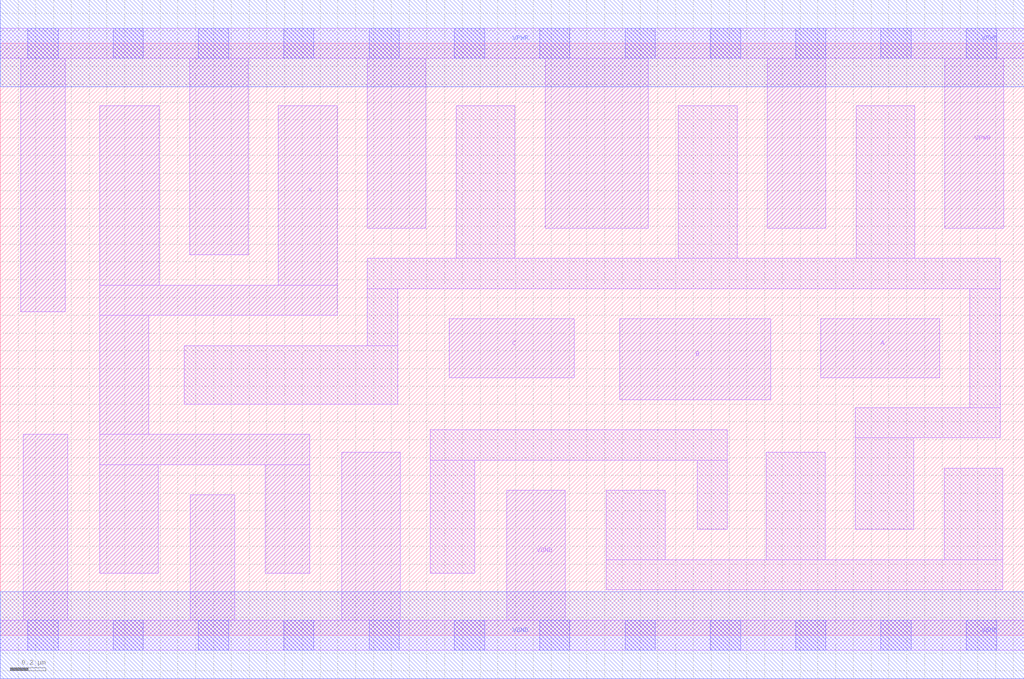
<source format=lef>
# Copyright 2020 The SkyWater PDK Authors
#
# Licensed under the Apache License, Version 2.0 (the "License");
# you may not use this file except in compliance with the License.
# You may obtain a copy of the License at
#
#     https://www.apache.org/licenses/LICENSE-2.0
#
# Unless required by applicable law or agreed to in writing, software
# distributed under the License is distributed on an "AS IS" BASIS,
# WITHOUT WARRANTIES OR CONDITIONS OF ANY KIND, either express or implied.
# See the License for the specific language governing permissions and
# limitations under the License.
#
# SPDX-License-Identifier: Apache-2.0

VERSION 5.7 ;
  NAMESCASESENSITIVE ON ;
  NOWIREEXTENSIONATPIN ON ;
  DIVIDERCHAR "/" ;
  BUSBITCHARS "[]" ;
UNITS
  DATABASE MICRONS 200 ;
END UNITS
MACRO sky130_fd_sc_ms__and3_4
  CLASS CORE ;
  SOURCE USER ;
  FOREIGN sky130_fd_sc_ms__and3_4 ;
  ORIGIN  0.000000  0.000000 ;
  SIZE  5.760000 BY  3.330000 ;
  SYMMETRY X Y ;
  SITE unit ;
  PIN A
    ANTENNAGATEAREA  0.494400 ;
    DIRECTION INPUT ;
    USE SIGNAL ;
    PORT
      LAYER li1 ;
        RECT 4.615000 1.450000 5.285000 1.780000 ;
    END
  END A
  PIN B
    ANTENNAGATEAREA  0.494400 ;
    DIRECTION INPUT ;
    USE SIGNAL ;
    PORT
      LAYER li1 ;
        RECT 3.485000 1.325000 4.335000 1.780000 ;
    END
  END B
  PIN C
    ANTENNAGATEAREA  0.494400 ;
    DIRECTION INPUT ;
    USE SIGNAL ;
    PORT
      LAYER li1 ;
        RECT 2.525000 1.450000 3.230000 1.780000 ;
    END
  END C
  PIN X
    ANTENNADIFFAREA  1.019200 ;
    DIRECTION OUTPUT ;
    USE SIGNAL ;
    PORT
      LAYER li1 ;
        RECT 0.560000 0.350000 0.890000 0.960000 ;
        RECT 0.560000 0.960000 1.740000 1.130000 ;
        RECT 0.560000 1.130000 0.835000 1.800000 ;
        RECT 0.560000 1.800000 1.895000 1.970000 ;
        RECT 0.560000 1.970000 0.895000 2.980000 ;
        RECT 1.490000 0.350000 1.740000 0.960000 ;
        RECT 1.565000 1.970000 1.895000 2.980000 ;
    END
  END X
  PIN VGND
    DIRECTION INOUT ;
    USE GROUND ;
    PORT
      LAYER li1 ;
        RECT 0.000000 -0.085000 5.760000 0.085000 ;
        RECT 0.130000  0.085000 0.380000 1.130000 ;
        RECT 1.070000  0.085000 1.320000 0.790000 ;
        RECT 1.920000  0.085000 2.250000 1.030000 ;
        RECT 2.850000  0.085000 3.180000 0.815000 ;
      LAYER mcon ;
        RECT 0.155000 -0.085000 0.325000 0.085000 ;
        RECT 0.635000 -0.085000 0.805000 0.085000 ;
        RECT 1.115000 -0.085000 1.285000 0.085000 ;
        RECT 1.595000 -0.085000 1.765000 0.085000 ;
        RECT 2.075000 -0.085000 2.245000 0.085000 ;
        RECT 2.555000 -0.085000 2.725000 0.085000 ;
        RECT 3.035000 -0.085000 3.205000 0.085000 ;
        RECT 3.515000 -0.085000 3.685000 0.085000 ;
        RECT 3.995000 -0.085000 4.165000 0.085000 ;
        RECT 4.475000 -0.085000 4.645000 0.085000 ;
        RECT 4.955000 -0.085000 5.125000 0.085000 ;
        RECT 5.435000 -0.085000 5.605000 0.085000 ;
      LAYER met1 ;
        RECT 0.000000 -0.245000 5.760000 0.245000 ;
    END
  END VGND
  PIN VPWR
    DIRECTION INOUT ;
    USE POWER ;
    PORT
      LAYER li1 ;
        RECT 0.000000 3.245000 5.760000 3.415000 ;
        RECT 0.115000 1.820000 0.365000 3.245000 ;
        RECT 1.065000 2.140000 1.395000 3.245000 ;
        RECT 2.065000 2.290000 2.395000 3.245000 ;
        RECT 3.065000 2.290000 3.645000 3.245000 ;
        RECT 4.315000 2.290000 4.645000 3.245000 ;
        RECT 5.315000 2.290000 5.645000 3.245000 ;
      LAYER mcon ;
        RECT 0.155000 3.245000 0.325000 3.415000 ;
        RECT 0.635000 3.245000 0.805000 3.415000 ;
        RECT 1.115000 3.245000 1.285000 3.415000 ;
        RECT 1.595000 3.245000 1.765000 3.415000 ;
        RECT 2.075000 3.245000 2.245000 3.415000 ;
        RECT 2.555000 3.245000 2.725000 3.415000 ;
        RECT 3.035000 3.245000 3.205000 3.415000 ;
        RECT 3.515000 3.245000 3.685000 3.415000 ;
        RECT 3.995000 3.245000 4.165000 3.415000 ;
        RECT 4.475000 3.245000 4.645000 3.415000 ;
        RECT 4.955000 3.245000 5.125000 3.415000 ;
        RECT 5.435000 3.245000 5.605000 3.415000 ;
      LAYER met1 ;
        RECT 0.000000 3.085000 5.760000 3.575000 ;
    END
  END VPWR
  OBS
    LAYER li1 ;
      RECT 1.035000 1.300000 2.235000 1.630000 ;
      RECT 2.065000 1.630000 2.235000 1.950000 ;
      RECT 2.065000 1.950000 5.625000 2.120000 ;
      RECT 2.420000 0.350000 2.670000 0.985000 ;
      RECT 2.420000 0.985000 4.090000 1.155000 ;
      RECT 2.565000 2.120000 2.895000 2.980000 ;
      RECT 3.410000 0.255000 5.640000 0.425000 ;
      RECT 3.410000 0.425000 3.740000 0.815000 ;
      RECT 3.815000 2.120000 4.145000 2.980000 ;
      RECT 3.920000 0.595000 4.090000 0.985000 ;
      RECT 4.310000 0.425000 4.640000 1.030000 ;
      RECT 4.810000 0.595000 5.140000 1.110000 ;
      RECT 4.810000 1.110000 5.625000 1.280000 ;
      RECT 4.815000 2.120000 5.145000 2.980000 ;
      RECT 5.310000 0.425000 5.640000 0.940000 ;
      RECT 5.455000 1.280000 5.625000 1.950000 ;
  END
END sky130_fd_sc_ms__and3_4

</source>
